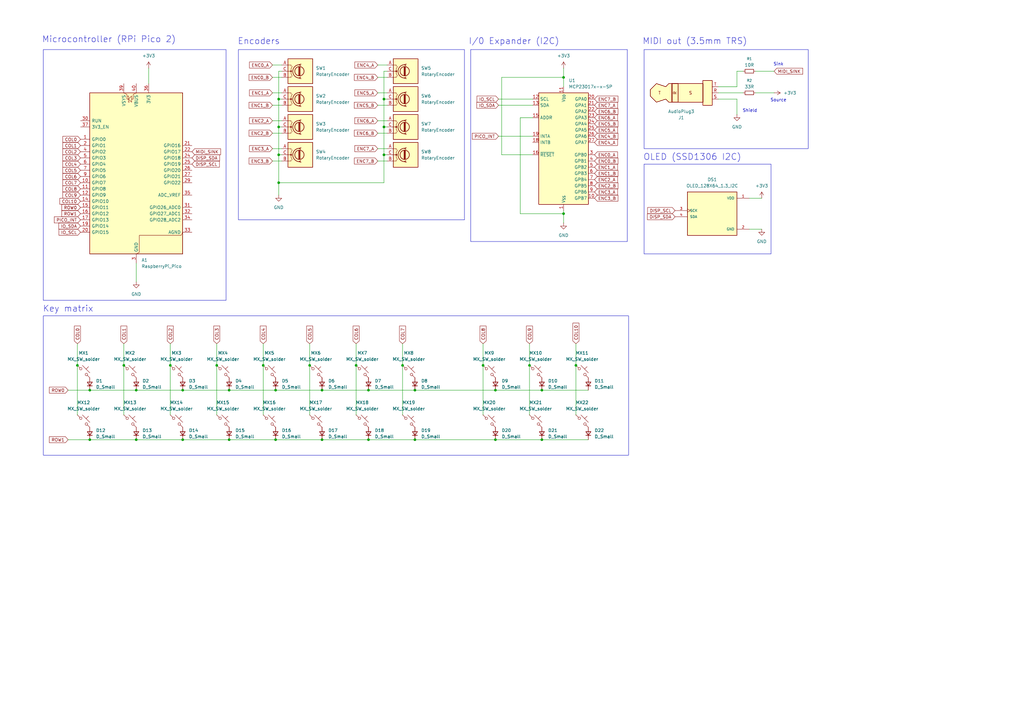
<source format=kicad_sch>
(kicad_sch (version 20250114) (generator "eeschema") (generator_version "9.0")
  (paper "A3")
  (title_block (title "Motherboard") (date "2025-10-30") (rev "1") (company "Brainchild"))
  (lib_symbols
    (symbol "Connector_Audio:AudioPlug3"
      (property "Reference" "J" (at 1.27 6.35 0))
      (property "Value" "AudioPlug3" (at 1.27 -6.35 0))
      (symbol "AudioPlug3_0_0"
        (text "R" (at -2.54 0 900) (effects (font (size 1.27 1.27))))
      )
      (symbol "AudioPlug3_1_0"
        (text "T" (at -8.89 0 0) (effects (font (size 1.27 1.27))))
        (text "S" (at 3.81 0 0) (effects (font (size 1.27 1.27))))
      )
      (symbol "AudioPlug3_1_1"
        (pin passive line (at 15.24 2.54 180) (length 2.54) (name "~") (number "S"))
        (pin passive line (at 15.24 0 180) (length 2.54) (name "~") (number "R"))
        (pin passive line (at 15.24 -2.54 180) (length 2.54) (name "~") (number "T"))
      )
    )
    (symbol "Device:D_Small" (pin_numbers (hide yes)) (pin_names (offset 0.254) (hide yes))
      (property "Reference" "D" (at -1.27 2.032 0))
      (property "Value" "D_Small" (at -3.81 -2.032 0))
      (symbol "D_Small_1_1"
        (pin passive line (at -2.54 0 0) (length 1.778) (name "K") (number "1"))
        (pin passive line (at 2.54 0 180) (length 1.778) (name "A") (number "2"))
      )
    )
    (symbol "Device:R_Small" (pin_numbers (hide yes)) (pin_names (offset 0.254) (hide yes))
      (property "Reference" "R" (at 0 0 90))
      (property "Value" "R_Small" (at 1.778 0 90))
      (symbol "R_Small_1_1"
        (pin passive line (at 0 2.54 270) (length 0.762) (name "~") (number "1"))
        (pin passive line (at 0 -2.54 90) (length 0.762) (name "~") (number "2"))
      )
    )
    (symbol "Device:RotaryEncoder" (pin_names (offset 0.254) (hide yes))
      (property "Reference" "SW" (at 0 6.604 0))
      (property "Value" "RotaryEncoder" (at 0 -6.604 0))
      (symbol "RotaryEncoder_1_1"
        (pin passive line (at -7.62 2.54 0) (length 2.54) (name "A") (number "A"))
        (pin passive line (at -7.62 0 0) (length 2.54) (name "C") (number "C"))
        (pin passive line (at -7.62 -2.54 0) (length 2.54) (name "B") (number "B"))
      )
    )
    (symbol "Interface_Expansion:MCP23018x-x-SP"
      (property "Reference" "U" (at -9.398 24.638 0))
      (property "Value" "MCP23018x-x-SP" (at 11.176 24.638 0))
      (symbol "MCP23018x-x-SP_1_1"
        (pin input line (at -12.7 20.32 0) (length 2.54) (name "SCL") (number "12"))
        (pin bidirectional line (at -12.7 17.78 0) (length 2.54) (name "SDA") (number "13"))
        (pin input line (at -12.7 12.7 0) (length 2.54) (name "ADDR") (number "15"))
        (pin output line (at -12.7 5.08 0) (length 2.54) (name "INTA") (number "19"))
        (pin output line (at -12.7 2.54 0) (length 2.54) (name "INTB") (number "18"))
        (pin input line (at -12.7 -2.54 0) (length 2.54) (name "~{RESET}") (number "16"))
        (pin no_connect line (at -10.16 -12.7 0) (length 2.54) (hide yes) (name "NC") (number "2"))
        (pin no_connect line (at -10.16 -15.24 0) (length 2.54) (hide yes) (name "NC") (number "14"))
        (pin no_connect line (at -10.16 -17.78 0) (length 2.54) (hide yes) (name "NC") (number "17"))
        (pin no_connect line (at -10.16 -20.32 0) (length 2.54) (hide yes) (name "NC") (number "28"))
        (pin power_in line (at 0 25.4 270) (length 2.54) (name "V_{DD}") (number "11"))
        (pin power_in line (at 0 -25.4 90) (length 2.54) (name "V_{SS}") (number "1"))
        (pin bidirectional line (at 12.7 20.32 180) (length 2.54) (name "GPA0") (number "20"))
        (pin bidirectional line (at 12.7 17.78 180) (length 2.54) (name "GPA1") (number "21"))
        (pin bidirectional line (at 12.7 15.24 180) (length 2.54) (name "GPA2") (number "22"))
        (pin bidirectional line (at 12.7 12.7 180) (length 2.54) (name "GPA3") (number "23"))
        (pin bidirectional line (at 12.7 10.16 180) (length 2.54) (name "GPA4") (number "24"))
        (pin bidirectional line (at 12.7 7.62 180) (length 2.54) (name "GPA5") (number "25"))
        (pin bidirectional line (at 12.7 5.08 180) (length 2.54) (name "GPA6") (number "26"))
        (pin bidirectional line (at 12.7 2.54 180) (length 2.54) (name "GPA7") (number "27"))
        (pin bidirectional line (at 12.7 -2.54 180) (length 2.54) (name "GPB0") (number "3"))
        (pin bidirectional line (at 12.7 -5.08 180) (length 2.54) (name "GPB1") (number "4"))
        (pin bidirectional line (at 12.7 -7.62 180) (length 2.54) (name "GPB2") (number "5"))
        (pin bidirectional line (at 12.7 -10.16 180) (length 2.54) (name "GPB3") (number "6"))
        (pin bidirectional line (at 12.7 -12.7 180) (length 2.54) (name "GPB4") (number "7"))
        (pin bidirectional line (at 12.7 -15.24 180) (length 2.54) (name "GPB5") (number "8"))
        (pin bidirectional line (at 12.7 -17.78 180) (length 2.54) (name "GPB6") (number "9"))
        (pin bidirectional line (at 12.7 -20.32 180) (length 2.54) (name "GPB7") (number "10"))
      )
    )
    (symbol "MCU_Module:RaspberryPi_Pico" (pin_names (offset 0.762))
      (property "Reference" "A" (at -19.05 35.56 0))
      (property "Value" "RaspberryPi_Pico" (at 7.62 35.56 0))
      (symbol "RaspberryPi_Pico_1_1"
        (pin passive line (at -22.86 22.86 0) (length 3.81) (name "RUN") (number "30"))
        (pin passive line (at -22.86 20.32 0) (length 3.81) (name "3V3_EN") (number "37"))
        (pin bidirectional line (at -22.86 15.24 0) (length 3.81) (name "GPIO0") (number "1"))
        (pin bidirectional line (at -22.86 12.7 0) (length 3.81) (name "GPIO1") (number "2"))
        (pin bidirectional line (at -22.86 10.16 0) (length 3.81) (name "GPIO2") (number "4"))
        (pin bidirectional line (at -22.86 7.62 0) (length 3.81) (name "GPIO3") (number "5"))
        (pin bidirectional line (at -22.86 5.08 0) (length 3.81) (name "GPIO4") (number "6"))
        (pin bidirectional line (at -22.86 2.54 0) (length 3.81) (name "GPIO5") (number "7"))
        (pin bidirectional line (at -22.86 0 0) (length 3.81) (name "GPIO6") (number "9"))
        (pin bidirectional line (at -22.86 -2.54 0) (length 3.81) (name "GPIO7") (number "10"))
        (pin bidirectional line (at -22.86 -5.08 0) (length 3.81) (name "GPIO8") (number "11"))
        (pin bidirectional line (at -22.86 -7.62 0) (length 3.81) (name "GPIO9") (number "12"))
        (pin bidirectional line (at -22.86 -10.16 0) (length 3.81) (name "GPIO10") (number "14"))
        (pin bidirectional line (at -22.86 -12.7 0) (length 3.81) (name "GPIO11") (number "15"))
        (pin bidirectional line (at -22.86 -15.24 0) (length 3.81) (name "GPIO12") (number "16"))
        (pin bidirectional line (at -22.86 -17.78 0) (length 3.81) (name "GPIO13") (number "17"))
        (pin bidirectional line (at -22.86 -20.32 0) (length 3.81) (name "GPIO14") (number "19"))
        (pin bidirectional line (at -22.86 -22.86 0) (length 3.81) (name "GPIO15") (number "20"))
        (pin power_in line (at -5.08 38.1 270) (length 3.81) (name "VSYS") (number "39"))
        (pin power_out line (at 0 38.1 270) (length 3.81) (name "VBUS") (number "40"))
        (pin passive line (at 0 -35.56 90) (length 3.81) (hide yes) (name "GND") (number "13"))
        (pin passive line (at 0 -35.56 90) (length 3.81) (hide yes) (name "GND") (number "18"))
        (pin passive line (at 0 -35.56 90) (length 3.81) (hide yes) (name "GND") (number "23"))
        (pin passive line (at 0 -35.56 90) (length 3.81) (hide yes) (name "GND") (number "28"))
        (pin power_out line (at 0 -35.56 90) (length 3.81) (name "GND") (number "3"))
        (pin passive line (at 0 -35.56 90) (length 3.81) (hide yes) (name "GND") (number "38"))
        (pin passive line (at 0 -35.56 90) (length 3.81) (hide yes) (name "GND") (number "8"))
        (pin power_out line (at 5.08 38.1 270) (length 3.81) (name "3V3") (number "36"))
        (pin bidirectional line (at 22.86 12.7 180) (length 3.81) (name "GPIO16") (number "21"))
        (pin bidirectional line (at 22.86 10.16 180) (length 3.81) (name "GPIO17") (number "22"))
        (pin bidirectional line (at 22.86 7.62 180) (length 3.81) (name "GPIO18") (number "24"))
        (pin bidirectional line (at 22.86 5.08 180) (length 3.81) (name "GPIO19") (number "25"))
        (pin bidirectional line (at 22.86 2.54 180) (length 3.81) (name "GPIO20") (number "26"))
        (pin bidirectional line (at 22.86 0 180) (length 3.81) (name "GPIO21") (number "27"))
        (pin bidirectional line (at 22.86 -2.54 180) (length 3.81) (name "GPIO22") (number "29"))
        (pin power_in line (at 22.86 -7.62 180) (length 3.81) (name "ADC_VREF") (number "35"))
        (pin bidirectional line (at 22.86 -12.7 180) (length 3.81) (name "GPIO26_ADC0") (number "31"))
        (pin bidirectional line (at 22.86 -15.24 180) (length 3.81) (name "GPIO27_ADC1") (number "32"))
        (pin bidirectional line (at 22.86 -17.78 180) (length 3.81) (name "GPIO28_ADC2") (number "34"))
        (pin power_out line (at 22.86 -22.86 180) (length 3.81) (name "AGND") (number "33"))
      )
    )
    (symbol "OLED_128X64_1.3_I2C:OLED_128X64_1.3_I2C" (pin_names (offset 1.016))
      (property "Reference" "DS" (at -10.16 10.922 0))
      (property "Value" "OLED_128X64_1.3_I2C" (at -10.16 -10.16 0))
      (symbol "OLED_128X64_1.3_I2C_0_0"
        (pin input clock (at -15.24 2.54 0) (length 5.08) (name "SCK") (number "3"))
        (pin bidirectional line (at -15.24 0 0) (length 5.08) (name "SDA") (number "4"))
        (pin power_in line (at 15.24 7.62 180) (length 5.08) (name "VDD") (number "1"))
        (pin power_in line (at 15.24 -5.08 180) (length 5.08) (name "GND") (number "2"))
      )
    )
    (symbol "PCM_marbastlib-mx:MX_SW_solder" (pin_numbers (hide yes)) (pin_names (offset 1.016) (hide yes))
      (property "Reference" "MX" (at 3.048 1.016 0))
      (property "Value" "MX_SW_solder" (at 0 -3.81 0))
      (symbol "MX_SW_solder_0_1"
        (pin passive line (at -2.54 2.54 0) (length 0) (name "1") (number "1"))
        (pin passive line (at 2.54 -2.54 180) (length 0) (name "2") (number "2"))
      )
    )
    (symbol "power:+3V3" (power) (pin_numbers (hide yes)) (pin_names (offset 0) (hide yes))
      (property "Value" "+3V3" (at 0 3.556 0))
      (symbol "+3V3_1_1"
        (pin power_in line (at 0 0 90) (length 0) (name "~") (number "1"))
      )
    )
    (symbol "power:GND" (power) (pin_numbers (hide yes)) (pin_names (offset 0) (hide yes))
      (property "Value" "GND" (at 0 -3.81 0))
      (symbol "GND_1_1"
        (pin power_in line (at 0 0 270) (length 0) (name "~") (number "1"))
      )
    )
  )
  (rectangle (start 264.16 67.31) (end 316.23 104.14))
  (rectangle (start 17.78 129.54) (end 257.81 186.69))
  (rectangle (start 264.16 20.32) (end 331.47 60.96))
  (rectangle (start 17.78 20.32) (end 92.71 123.19))
  (rectangle (start 97.79 20.32) (end 190.5 90.17))
  (rectangle (start 193.04 20.32) (end 257.302 99.06))
  (text "Key matrix\n" (at 27.94 126.746 0) (effects (font (size 2.54 2.54))))
  (text "Sink" (at 319.278 26.416 0) (effects (font (size 1.27 1.27))))
  (text "I/0 Expander (I2C)" (at 210.82 17.018 0) (effects (font (size 2.54 2.54))))
  (text "Source" (at 319.278 41.148 0) (effects (font (size 1.27 1.27))))
  (text "Microcontroller (RPi Pico 2)" (at 44.704 16.256 0) (effects (font (size 2.54 2.54))))
  (text "MIDI out (3.5mm TRS)" (at 284.988 17.018 0) (effects (font (size 2.54 2.54))))
  (text "OLED (SSD1306 I2C)\n" (at 283.972 64.516 0) (effects (font (size 2.54 2.54))))
  (text "Encoders" (at 106.172 17.018 0) (effects (font (size 2.54 2.54))))
  (text "Shield\n" (at 307.594 45.466 0) (effects (font (size 1.27 1.27))))
  (junction (at 36.83 160.02))
  (junction (at 132.08 180.34))
  (junction (at 203.2 160.02))
  (junction (at 203.2 180.34))
  (junction (at 217.17 149.86))
  (junction (at 165.1 149.86))
  (junction (at 36.83 180.34))
  (junction (at 55.88 180.34))
  (junction (at 74.93 180.34))
  (junction (at 107.95 149.86))
  (junction (at 157.48 63.5))
  (junction (at 114.3 40.64))
  (junction (at 114.3 52.07))
  (junction (at 231.14 87.63))
  (junction (at 222.25 160.02))
  (junction (at 113.03 180.34))
  (junction (at 157.48 52.07))
  (junction (at 146.05 149.86))
  (junction (at 132.08 160.02))
  (junction (at 114.3 74.93))
  (junction (at 127 149.86))
  (junction (at 236.22 149.86))
  (junction (at 93.98 180.34))
  (junction (at 222.25 180.34))
  (junction (at 55.88 160.02))
  (junction (at 198.12 149.86))
  (junction (at 170.18 180.34))
  (junction (at 151.13 180.34))
  (junction (at 151.13 160.02))
  (junction (at 69.85 149.86))
  (junction (at 93.98 160.02))
  (junction (at 114.3 63.5))
  (junction (at 74.93 160.02))
  (junction (at 31.75 149.86))
  (junction (at 170.18 160.02))
  (junction (at 157.48 40.64))
  (junction (at 231.14 31.75))
  (junction (at 50.8 149.86))
  (junction (at 88.9 149.86))
  (junction (at 113.03 160.02))
  (wire (pts (xy 55.88 107.95) (xy 55.88 115.57)))
  (wire (pts (xy 107.95 140.97) (xy 107.95 149.86)))
  (wire (pts (xy 205.74 31.75) (xy 231.14 31.75)))
  (wire (pts (xy 115.57 60.96) (xy 111.76 60.96)))
  (wire (pts (xy 114.3 74.93) (xy 157.48 74.93)))
  (wire (pts (xy 309.88 38.1) (xy 317.5 38.1)))
  (wire (pts (xy 203.2 160.02) (xy 222.25 160.02)))
  (wire (pts (xy 146.05 149.86) (xy 146.05 170.18)))
  (wire (pts (xy 307.34 93.98) (xy 312.42 93.98)))
  (wire (pts (xy 50.8 149.86) (xy 50.8 170.18)))
  (wire (pts (xy 114.3 63.5) (xy 114.3 74.93)))
  (wire (pts (xy 204.47 55.88) (xy 218.44 55.88)))
  (wire (pts (xy 158.75 49.53) (xy 154.94 49.53)))
  (wire (pts (xy 36.83 180.34) (xy 55.88 180.34)))
  (wire (pts (xy 27.94 180.34) (xy 36.83 180.34)))
  (wire (pts (xy 158.75 26.67) (xy 154.94 26.67)))
  (wire (pts (xy 165.1 149.86) (xy 165.1 170.18)))
  (wire (pts (xy 157.48 40.64) (xy 157.48 52.07)))
  (wire (pts (xy 157.48 52.07) (xy 157.48 63.5)))
  (wire (pts (xy 27.94 160.02) (xy 36.83 160.02)))
  (wire (pts (xy 302.26 35.56) (xy 294.64 35.56)))
  (wire (pts (xy 302.26 40.64) (xy 302.26 46.99)))
  (wire (pts (xy 198.12 140.97) (xy 198.12 149.86)))
  (wire (pts (xy 50.8 140.97) (xy 50.8 149.86)))
  (wire (pts (xy 31.75 140.97) (xy 31.75 149.86)))
  (wire (pts (xy 127 149.86) (xy 127 170.18)))
  (wire (pts (xy 294.64 40.64) (xy 302.26 40.64)))
  (wire (pts (xy 151.13 160.02) (xy 170.18 160.02)))
  (wire (pts (xy 114.3 74.93) (xy 114.3 80.01)))
  (wire (pts (xy 146.05 140.97) (xy 146.05 149.86)))
  (wire (pts (xy 114.3 40.64) (xy 114.3 52.07)))
  (wire (pts (xy 198.12 149.86) (xy 198.12 170.18)))
  (wire (pts (xy 115.57 63.5) (xy 114.3 63.5)))
  (wire (pts (xy 204.47 43.18) (xy 218.44 43.18)))
  (wire (pts (xy 222.25 180.34) (xy 241.3 180.34)))
  (wire (pts (xy 115.57 40.64) (xy 114.3 40.64)))
  (wire (pts (xy 69.85 140.97) (xy 69.85 149.86)))
  (wire (pts (xy 158.75 54.61) (xy 154.94 54.61)))
  (wire (pts (xy 158.75 43.18) (xy 154.94 43.18)))
  (wire (pts (xy 157.48 74.93) (xy 157.48 63.5)))
  (wire (pts (xy 158.75 29.21) (xy 157.48 29.21)))
  (wire (pts (xy 115.57 26.67) (xy 111.76 26.67)))
  (wire (pts (xy 157.48 29.21) (xy 157.48 40.64)))
  (wire (pts (xy 113.03 180.34) (xy 132.08 180.34)))
  (wire (pts (xy 115.57 49.53) (xy 111.76 49.53)))
  (wire (pts (xy 115.57 29.21) (xy 114.3 29.21)))
  (wire (pts (xy 204.47 40.64) (xy 218.44 40.64)))
  (wire (pts (xy 236.22 140.97) (xy 236.22 149.86)))
  (wire (pts (xy 205.74 63.5) (xy 205.74 31.75)))
  (wire (pts (xy 170.18 180.34) (xy 203.2 180.34)))
  (wire (pts (xy 217.17 140.97) (xy 217.17 149.86)))
  (wire (pts (xy 222.25 160.02) (xy 241.3 160.02)))
  (wire (pts (xy 205.74 63.5) (xy 218.44 63.5)))
  (wire (pts (xy 158.75 38.1) (xy 154.94 38.1)))
  (wire (pts (xy 115.57 38.1) (xy 111.76 38.1)))
  (wire (pts (xy 158.75 66.04) (xy 154.94 66.04)))
  (wire (pts (xy 132.08 160.02) (xy 151.13 160.02)))
  (wire (pts (xy 115.57 54.61) (xy 111.76 54.61)))
  (wire (pts (xy 213.36 48.26) (xy 218.44 48.26)))
  (wire (pts (xy 114.3 52.07) (xy 114.3 63.5)))
  (wire (pts (xy 93.98 180.34) (xy 113.03 180.34)))
  (wire (pts (xy 294.64 38.1) (xy 304.8 38.1)))
  (wire (pts (xy 31.75 149.86) (xy 31.75 170.18)))
  (wire (pts (xy 115.57 66.04) (xy 111.76 66.04)))
  (wire (pts (xy 157.48 63.5) (xy 158.75 63.5)))
  (wire (pts (xy 157.48 52.07) (xy 158.75 52.07)))
  (wire (pts (xy 231.14 86.36) (xy 231.14 87.63)))
  (wire (pts (xy 236.22 149.86) (xy 236.22 170.18)))
  (wire (pts (xy 115.57 52.07) (xy 114.3 52.07)))
  (wire (pts (xy 302.26 29.21) (xy 302.26 35.56)))
  (wire (pts (xy 132.08 180.34) (xy 151.13 180.34)))
  (wire (pts (xy 55.88 160.02) (xy 74.93 160.02)))
  (wire (pts (xy 170.18 160.02) (xy 203.2 160.02)))
  (wire (pts (xy 113.03 160.02) (xy 132.08 160.02)))
  (wire (pts (xy 231.14 87.63) (xy 231.14 91.44)))
  (wire (pts (xy 151.13 180.34) (xy 170.18 180.34)))
  (wire (pts (xy 217.17 149.86) (xy 217.17 170.18)))
  (wire (pts (xy 74.93 180.34) (xy 93.98 180.34)))
  (wire (pts (xy 203.2 180.34) (xy 222.25 180.34)))
  (wire (pts (xy 158.75 31.75) (xy 154.94 31.75)))
  (wire (pts (xy 74.93 160.02) (xy 93.98 160.02)))
  (wire (pts (xy 165.1 140.97) (xy 165.1 149.86)))
  (wire (pts (xy 307.34 81.28) (xy 312.42 81.28)))
  (wire (pts (xy 213.36 48.26) (xy 213.36 87.63)))
  (wire (pts (xy 115.57 31.75) (xy 111.76 31.75)))
  (wire (pts (xy 60.96 27.94) (xy 60.96 34.29)))
  (wire (pts (xy 302.26 29.21) (xy 304.8 29.21)))
  (wire (pts (xy 55.88 180.34) (xy 74.93 180.34)))
  (wire (pts (xy 115.57 43.18) (xy 111.76 43.18)))
  (wire (pts (xy 88.9 149.86) (xy 88.9 170.18)))
  (wire (pts (xy 88.9 140.97) (xy 88.9 149.86)))
  (wire (pts (xy 93.98 160.02) (xy 113.03 160.02)))
  (wire (pts (xy 107.95 149.86) (xy 107.95 170.18)))
  (wire (pts (xy 231.14 31.75) (xy 231.14 35.56)))
  (wire (pts (xy 114.3 29.21) (xy 114.3 40.64)))
  (wire (pts (xy 231.14 27.94) (xy 231.14 31.75)))
  (wire (pts (xy 213.36 87.63) (xy 231.14 87.63)))
  (wire (pts (xy 36.83 160.02) (xy 55.88 160.02)))
  (wire (pts (xy 309.88 29.21) (xy 317.5 29.21)))
  (wire (pts (xy 127 140.97) (xy 127 149.86)))
  (wire (pts (xy 158.75 60.96) (xy 154.94 60.96)))
  (wire (pts (xy 69.85 149.86) (xy 69.85 170.18)))
  (wire (pts (xy 157.48 40.64) (xy 158.75 40.64)))
  (global_label "COL9" (shape input) (at 33.02 80.01 180) (property "Intersheetrefs" "${INTERSHEET_REFS}" (effects (hide yes))))
  (global_label "ENC4_B" (shape input) (at 243.84 55.88 0) (property "Intersheetrefs" "${INTERSHEET_REFS}" (effects (hide yes))))
  (global_label "COL1" (shape input) (at 50.8 140.97 90) (property "Intersheetrefs" "${INTERSHEET_REFS}" (effects (hide yes))))
  (global_label "ENC6_B" (shape input) (at 154.94 54.61 180) (property "Intersheetrefs" "${INTERSHEET_REFS}" (effects (hide yes))))
  (global_label "ENC7_A" (shape input) (at 154.94 60.96 180) (property "Intersheetrefs" "${INTERSHEET_REFS}" (effects (hide yes))))
  (global_label "COL1" (shape input) (at 33.02 59.69 180) (property "Intersheetrefs" "${INTERSHEET_REFS}" (effects (hide yes))))
  (global_label "ENC0_B" (shape input) (at 111.76 31.75 180) (property "Intersheetrefs" "${INTERSHEET_REFS}" (effects (hide yes))))
  (global_label "COL10" (shape input) (at 33.02 82.55 180) (property "Intersheetrefs" "${INTERSHEET_REFS}" (effects (hide yes))))
  (global_label "ENC6_A" (shape input) (at 154.94 49.53 180) (property "Intersheetrefs" "${INTERSHEET_REFS}" (effects (hide yes))))
  (global_label "DISP_SCL" (shape input) (at 78.74 67.31 0) (property "Intersheetrefs" "${INTERSHEET_REFS}" (effects (hide yes))))
  (global_label "IO_SDA" (shape input) (at 204.47 43.18 180) (property "Intersheetrefs" "${INTERSHEET_REFS}" (effects (hide yes))))
  (global_label "ENC2_A" (shape input) (at 243.84 73.66 0) (property "Intersheetrefs" "${INTERSHEET_REFS}" (effects (hide yes))))
  (global_label "ROW1" (shape input) (at 27.94 180.34 180) (property "Intersheetrefs" "${INTERSHEET_REFS}" (effects (hide yes))))
  (global_label "COL6" (shape input) (at 146.05 140.97 90) (property "Intersheetrefs" "${INTERSHEET_REFS}" (effects (hide yes))))
  (global_label "ENC3_A" (shape input) (at 243.84 78.74 0) (property "Intersheetrefs" "${INTERSHEET_REFS}" (effects (hide yes))))
  (global_label "COL0" (shape input) (at 31.75 140.97 90) (property "Intersheetrefs" "${INTERSHEET_REFS}" (effects (hide yes))))
  (global_label "ENC7_A" (shape input) (at 243.84 43.18 0) (property "Intersheetrefs" "${INTERSHEET_REFS}" (effects (hide yes))))
  (global_label "MIDI_SINK" (shape input) (at 317.5 29.21 0) (property "Intersheetrefs" "${INTERSHEET_REFS}" (effects (hide yes))))
  (global_label "IO_SCL" (shape input) (at 33.02 95.25 180) (property "Intersheetrefs" "${INTERSHEET_REFS}" (effects (hide yes))))
  (global_label "DISP_SDA" (shape input) (at 276.86 88.9 180) (property "Intersheetrefs" "${INTERSHEET_REFS}" (effects (hide yes))))
  (global_label "ENC7_B" (shape input) (at 154.94 66.04 180) (property "Intersheetrefs" "${INTERSHEET_REFS}" (effects (hide yes))))
  (global_label "COL5" (shape input) (at 127 140.97 90) (property "Intersheetrefs" "${INTERSHEET_REFS}" (effects (hide yes))))
  (global_label "ENC5_A" (shape input) (at 154.94 38.1 180) (property "Intersheetrefs" "${INTERSHEET_REFS}" (effects (hide yes))))
  (global_label "ENC1_B" (shape input) (at 111.76 43.18 180) (property "Intersheetrefs" "${INTERSHEET_REFS}" (effects (hide yes))))
  (global_label "COL8" (shape input) (at 33.02 77.47 180) (property "Intersheetrefs" "${INTERSHEET_REFS}" (effects (hide yes))))
  (global_label "IO_SDA" (shape input) (at 33.02 92.71 180) (property "Intersheetrefs" "${INTERSHEET_REFS}" (effects (hide yes))))
  (global_label "ROW1" (shape input) (at 33.02 87.63 180) (property "Intersheetrefs" "${INTERSHEET_REFS}" (effects (hide yes))))
  (global_label "ENC1_A" (shape input) (at 111.76 38.1 180) (property "Intersheetrefs" "${INTERSHEET_REFS}" (effects (hide yes))))
  (global_label "ENC3_A" (shape input) (at 111.76 60.96 180) (property "Intersheetrefs" "${INTERSHEET_REFS}" (effects (hide yes))))
  (global_label "COL4" (shape input) (at 33.02 67.31 180) (property "Intersheetrefs" "${INTERSHEET_REFS}" (effects (hide yes))))
  (global_label "COL7" (shape input) (at 165.1 140.97 90) (property "Intersheetrefs" "${INTERSHEET_REFS}" (effects (hide yes))))
  (global_label "ENC4_A" (shape input) (at 243.84 58.42 0) (property "Intersheetrefs" "${INTERSHEET_REFS}" (effects (hide yes))))
  (global_label "COL9" (shape input) (at 217.17 140.97 90) (property "Intersheetrefs" "${INTERSHEET_REFS}" (effects (hide yes))))
  (global_label "ENC4_B" (shape input) (at 154.94 31.75 180) (property "Intersheetrefs" "${INTERSHEET_REFS}" (effects (hide yes))))
  (global_label "COL4" (shape input) (at 107.95 140.97 90) (property "Intersheetrefs" "${INTERSHEET_REFS}" (effects (hide yes))))
  (global_label "COL3" (shape input) (at 88.9 140.97 90) (property "Intersheetrefs" "${INTERSHEET_REFS}" (effects (hide yes))))
  (global_label "COL0" (shape input) (at 33.02 57.15 180) (property "Intersheetrefs" "${INTERSHEET_REFS}" (effects (hide yes))))
  (global_label "ENC0_B" (shape input) (at 243.84 66.04 0) (property "Intersheetrefs" "${INTERSHEET_REFS}" (effects (hide yes))))
  (global_label "ENC7_B" (shape input) (at 243.84 40.64 0) (property "Intersheetrefs" "${INTERSHEET_REFS}" (effects (hide yes))))
  (global_label "ENC3_B" (shape input) (at 243.84 81.28 0) (property "Intersheetrefs" "${INTERSHEET_REFS}" (effects (hide yes))))
  (global_label "ENC2_B" (shape input) (at 111.76 54.61 180) (property "Intersheetrefs" "${INTERSHEET_REFS}" (effects (hide yes))))
  (global_label "ENC5_B" (shape input) (at 154.94 43.18 180) (property "Intersheetrefs" "${INTERSHEET_REFS}" (effects (hide yes))))
  (global_label "PICO_INT" (shape input) (at 204.47 55.88 180) (property "Intersheetrefs" "${INTERSHEET_REFS}" (effects (hide yes))))
  (global_label "ENC5_B" (shape input) (at 243.84 50.8 0) (property "Intersheetrefs" "${INTERSHEET_REFS}" (effects (hide yes))))
  (global_label "ENC1_B" (shape input) (at 243.84 71.12 0) (property "Intersheetrefs" "${INTERSHEET_REFS}" (effects (hide yes))))
  (global_label "ENC3_B" (shape input) (at 111.76 66.04 180) (property "Intersheetrefs" "${INTERSHEET_REFS}" (effects (hide yes))))
  (global_label "COL6" (shape input) (at 33.02 72.39 180) (property "Intersheetrefs" "${INTERSHEET_REFS}" (effects (hide yes))))
  (global_label "DISP_SCL" (shape input) (at 276.86 86.36 180) (property "Intersheetrefs" "${INTERSHEET_REFS}" (effects (hide yes))))
  (global_label "COL2" (shape input) (at 33.02 62.23 180) (property "Intersheetrefs" "${INTERSHEET_REFS}" (effects (hide yes))))
  (global_label "ENC5_A" (shape input) (at 243.84 53.34 0) (property "Intersheetrefs" "${INTERSHEET_REFS}" (effects (hide yes))))
  (global_label "IO_SCL" (shape input) (at 204.47 40.64 180) (property "Intersheetrefs" "${INTERSHEET_REFS}" (effects (hide yes))))
  (global_label "ROW0" (shape input) (at 33.02 85.09 180) (effects (font (thickness 0.1588))) (property "Intersheetrefs" "${INTERSHEET_REFS}" (effects (hide yes))))
  (global_label "ENC4_A" (shape input) (at 154.94 26.67 180) (property "Intersheetrefs" "${INTERSHEET_REFS}" (effects (hide yes))))
  (global_label "ENC2_B" (shape input) (at 243.84 76.2 0) (property "Intersheetrefs" "${INTERSHEET_REFS}" (effects (hide yes))))
  (global_label "COL7" (shape input) (at 33.02 74.93 180) (property "Intersheetrefs" "${INTERSHEET_REFS}" (effects (hide yes))))
  (global_label "ENC6_B" (shape input) (at 243.84 45.72 0) (property "Intersheetrefs" "${INTERSHEET_REFS}" (effects (hide yes))))
  (global_label "COL3" (shape input) (at 33.02 64.77 180) (property "Intersheetrefs" "${INTERSHEET_REFS}" (effects (hide yes))))
  (global_label "ENC0_A" (shape input) (at 111.76 26.67 180) (property "Intersheetrefs" "${INTERSHEET_REFS}" (effects (hide yes))))
  (global_label "COL10" (shape input) (at 236.22 140.97 90) (property "Intersheetrefs" "${INTERSHEET_REFS}" (effects (hide yes))))
  (global_label "ENC2_A" (shape input) (at 111.76 49.53 180) (property "Intersheetrefs" "${INTERSHEET_REFS}" (effects (hide yes))))
  (global_label "COL5" (shape input) (at 33.02 69.85 180) (property "Intersheetrefs" "${INTERSHEET_REFS}" (effects (hide yes))))
  (global_label "ENC6_A" (shape input) (at 243.84 48.26 0) (property "Intersheetrefs" "${INTERSHEET_REFS}" (effects (hide yes))))
  (global_label "PICO_INT" (shape input) (at 33.02 90.17 180) (property "Intersheetrefs" "${INTERSHEET_REFS}" (effects (hide yes))))
  (global_label "COL8" (shape input) (at 198.12 140.97 90) (property "Intersheetrefs" "${INTERSHEET_REFS}" (effects (hide yes))))
  (global_label "MIDI_SINK" (shape input) (at 78.74 62.23 0) (property "Intersheetrefs" "${INTERSHEET_REFS}" (effects (hide yes))))
  (global_label "ENC0_A" (shape input) (at 243.84 63.5 0) (property "Intersheetrefs" "${INTERSHEET_REFS}" (effects (hide yes))))
  (global_label "DISP_SDA" (shape input) (at 78.74 64.77 0) (property "Intersheetrefs" "${INTERSHEET_REFS}" (effects (hide yes))))
  (global_label "COL2" (shape input) (at 69.85 140.97 90) (property "Intersheetrefs" "${INTERSHEET_REFS}" (effects (hide yes))))
  (global_label "ENC1_A" (shape input) (at 243.84 68.58 0) (property "Intersheetrefs" "${INTERSHEET_REFS}" (effects (hide yes))))
  (global_label "ROW0" (shape input) (at 27.94 160.02 180) (property "Intersheetrefs" "${INTERSHEET_REFS}" (effects (hide yes))))
  (symbol (lib_id "Device:D_Small") (at 170.18 157.48 90) (unit 1)
    (property "Reference" "D8" (at 172.72 156.2099 90) (effects (justify right)))
    (property "Value" "D_Small" (at 172.72 158.7499 90) (effects (justify right)))
    (property "Footprint" "Diode_THT:D_DO-35_SOD27_P7.62mm_Horizontal" (effects (hide yes)))
    (property "Description" "Diode, small symbol" (effects (hide yes)))
    (property "Sim.Device" "D" (effects (hide yes)))
    (property "Sim.Pins" "1=K 2=A" (effects (hide yes)))
  )
  (symbol (lib_id "Device:RotaryEncoder") (at 123.19 29.21 0) (unit 1)
    (property "Reference" "SW1" (at 129.54 27.9399 0) (effects (justify left)))
    (property "Value" "RotaryEncoder" (at 129.54 30.4799 0) (effects (justify left)))
    (property "Footprint" "Rotary_Encoder:RotaryEncoder_Bourns_Vertical_PEC12R-3x17F-Sxxxx" (effects (hide yes)))
    (property "Description" "Rotary encoder, dual channel, incremental quadrate outputs" (effects (hide yes)))
  )
  (symbol (lib_id "PCM_marbastlib-mx:MX_SW_solder") (at 53.34 152.4 0) (unit 1)
    (property "Reference" "MX2" (at 53.34 144.78 0))
    (property "Value" "MX_SW_solder" (at 53.34 147.32 0))
    (property "Footprint" "PCM_Switch_Keyboard_Cherry_MX:SW_Cherry_MX_PCB_1.00u" (effects (hide yes)))
    (property "Description" "Push button switch, normally open, two pins, 45° tilted" (effects (hide yes)))
  )
  (symbol (lib_id "Device:D_Small") (at 241.3 177.8 90) (unit 1)
    (property "Reference" "D22" (at 243.84 176.5299 90) (effects (justify right)))
    (property "Value" "D_Small" (at 243.84 179.0699 90) (effects (justify right)))
    (property "Footprint" "Diode_THT:D_DO-35_SOD27_P7.62mm_Horizontal" (effects (hide yes)))
    (property "Description" "Diode, small symbol" (effects (hide yes)))
    (property "Sim.Device" "D" (effects (hide yes)))
    (property "Sim.Pins" "1=K 2=A" (effects (hide yes)))
  )
  (symbol (lib_id "Device:D_Small") (at 151.13 177.8 90) (unit 1)
    (property "Reference" "D18" (at 153.67 176.5299 90) (effects (justify right)))
    (property "Value" "D_Small" (at 153.67 179.0699 90) (effects (justify right)))
    (property "Footprint" "Diode_THT:D_DO-35_SOD27_P7.62mm_Horizontal" (effects (hide yes)))
    (property "Description" "Diode, small symbol" (effects (hide yes)))
    (property "Sim.Device" "D" (effects (hide yes)))
    (property "Sim.Pins" "1=K 2=A" (effects (hide yes)))
  )
  (symbol (lib_id "power:+3V3") (at 317.5 38.1 270) (unit 1)
    (property "Reference" "#PWR07" (effects (hide yes)))
    (property "Value" "+3V3" (at 321.31 38.0999 90) (effects (justify left)))
    (property "Description" "Power symbol creates a global label with name \"+3V3\"" (effects (hide yes)))
  )
  (symbol (lib_id "Device:D_Small") (at 170.18 177.8 90) (unit 1)
    (property "Reference" "D19" (at 172.72 176.5299 90) (effects (justify right)))
    (property "Value" "D_Small" (at 172.72 179.0699 90) (effects (justify right)))
    (property "Footprint" "Diode_THT:D_DO-35_SOD27_P7.62mm_Horizontal" (effects (hide yes)))
    (property "Description" "Diode, small symbol" (effects (hide yes)))
    (property "Sim.Device" "D" (effects (hide yes)))
    (property "Sim.Pins" "1=K 2=A" (effects (hide yes)))
  )
  (symbol (lib_id "PCM_marbastlib-mx:MX_SW_solder") (at 72.39 152.4 0) (unit 1)
    (property "Reference" "MX3" (at 72.39 144.78 0))
    (property "Value" "MX_SW_solder" (at 72.39 147.32 0))
    (property "Footprint" "PCM_Switch_Keyboard_Cherry_MX:SW_Cherry_MX_PCB_1.00u" (effects (hide yes)))
    (property "Description" "Push button switch, normally open, two pins, 45° tilted" (effects (hide yes)))
  )
  (symbol (lib_id "Device:D_Small") (at 36.83 157.48 90) (unit 1)
    (property "Reference" "D1" (at 39.37 156.2099 90) (effects (justify right)))
    (property "Value" "D_Small" (at 39.37 158.7499 90) (effects (justify right)))
    (property "Footprint" "Diode_THT:D_DO-35_SOD27_P7.62mm_Horizontal" (effects (hide yes)))
    (property "Description" "Diode, small symbol" (effects (hide yes)))
    (property "Sim.Device" "D" (effects (hide yes)))
    (property "Sim.Pins" "1=K 2=A" (effects (hide yes)))
  )
  (symbol (lib_id "Device:D_Small") (at 222.25 177.8 90) (unit 1)
    (property "Reference" "D21" (at 224.79 176.5299 90) (effects (justify right)))
    (property "Value" "D_Small" (at 224.79 179.0699 90) (effects (justify right)))
    (property "Footprint" "Diode_THT:D_DO-35_SOD27_P7.62mm_Horizontal" (effects (hide yes)))
    (property "Description" "Diode, small symbol" (effects (hide yes)))
    (property "Sim.Device" "D" (effects (hide yes)))
    (property "Sim.Pins" "1=K 2=A" (effects (hide yes)))
  )
  (symbol (lib_id "PCM_marbastlib-mx:MX_SW_solder") (at 238.76 152.4 0) (unit 1)
    (property "Reference" "MX11" (at 238.76 144.78 0))
    (property "Value" "MX_SW_solder" (at 238.76 147.32 0))
    (property "Footprint" "PCM_Switch_Keyboard_Cherry_MX:SW_Cherry_MX_PCB_1.00u" (effects (hide yes)))
    (property "Description" "Push button switch, normally open, two pins, 45° tilted" (effects (hide yes)))
  )
  (symbol (lib_id "Device:D_Small") (at 93.98 177.8 90) (unit 1)
    (property "Reference" "D15" (at 96.52 176.5299 90) (effects (justify right)))
    (property "Value" "D_Small" (at 96.52 179.0699 90) (effects (justify right)))
    (property "Footprint" "Diode_THT:D_DO-35_SOD27_P7.62mm_Horizontal" (effects (hide yes)))
    (property "Description" "Diode, small symbol" (effects (hide yes)))
    (property "Sim.Device" "D" (effects (hide yes)))
    (property "Sim.Pins" "1=K 2=A" (effects (hide yes)))
  )
  (symbol (lib_id "PCM_marbastlib-mx:MX_SW_solder") (at 200.66 172.72 0) (unit 1)
    (property "Reference" "MX20" (at 200.66 165.1 0))
    (property "Value" "MX_SW_solder" (at 200.66 167.64 0))
    (property "Footprint" "PCM_Switch_Keyboard_Cherry_MX:SW_Cherry_MX_PCB_1.00u" (effects (hide yes)))
    (property "Description" "Push button switch, normally open, two pins, 45° tilted" (effects (hide yes)))
  )
  (symbol (lib_id "PCM_marbastlib-mx:MX_SW_solder") (at 148.59 172.72 0) (unit 1)
    (property "Reference" "MX18" (at 148.59 165.1 0))
    (property "Value" "MX_SW_solder" (at 148.59 167.64 0))
    (property "Footprint" "PCM_Switch_Keyboard_Cherry_MX:SW_Cherry_MX_PCB_1.00u" (effects (hide yes)))
    (property "Description" "Push button switch, normally open, two pins, 45° tilted" (effects (hide yes)))
  )
  (symbol (lib_id "OLED_128X64_1.3_I2C:OLED_128X64_1.3_I2C") (at 292.1 88.9 0) (unit 1)
    (property "Reference" "DS1" (at 292.1 73.66 0))
    (property "Value" "OLED_128X64_1.3_I2C" (at 292.1 76.2 0))
    (property "Footprint" "OLED_128X64_1.3_I2C:LCD_OLED_128X64_1.3_I2C" (effects (hide yes)))
    (property "MF" "UNIVERSAL-SOLDER Electronics Ltd" (effects (hide yes)))
    (property "Description_1" "Non-Touch Graphic LCD Display Module Transmissive White OLED, Monochrome I2C 1.3 (33.02mm) 128 x 64" (effects (hide yes)))
    (property "Package" "None" (effects (hide yes)))
    (property "Price" "None" (effects (hide yes)))
    (property "Check_prices" "https://www.snapeda.com/parts/OLED%20128x64%201.3%22%20I2C/UNIVERSAL-SOLDER+Electronics+Ltd/view-part/?ref=eda" (effects (hide yes)))
    (property "STANDARD" "Manufacturer Recommendations" (effects (hide yes)))
    (property "PARTREV" "NA" (effects (hide yes)))
    (property "SnapEDA_Link" "https://www.snapeda.com/parts/OLED%20128x64%201.3%22%20I2C/UNIVERSAL-SOLDER+Electronics+Ltd/view-part/?ref=snap" (effects (hide yes)))
    (property "MP" "OLED 128x64 1.3&quot; I2C" (effects (hide yes)))
    (property "Availability" "Not in stock" (effects (hide yes)))
    (property "MANUFACTURER" "UNIVERSAL-SOLDER Electronics Ltd" (effects (hide yes)))
  )
  (symbol (lib_id "Device:RotaryEncoder") (at 123.19 63.5 0) (unit 1)
    (property "Reference" "SW4" (at 129.54 62.2299 0) (effects (justify left)))
    (property "Value" "RotaryEncoder" (at 129.54 64.7699 0) (effects (justify left)))
    (property "Footprint" "Rotary_Encoder:RotaryEncoder_Bourns_Vertical_PEC12R-3x17F-Sxxxx" (effects (hide yes)))
    (property "Description" "Rotary encoder, dual channel, incremental quadrate outputs" (effects (hide yes)))
  )
  (symbol (lib_id "PCM_marbastlib-mx:MX_SW_solder") (at 110.49 152.4 0) (unit 1)
    (property "Reference" "MX5" (at 110.49 144.78 0))
    (property "Value" "MX_SW_solder" (at 110.49 147.32 0))
    (property "Footprint" "PCM_Switch_Keyboard_Cherry_MX:SW_Cherry_MX_PCB_1.00u" (effects (hide yes)))
    (property "Description" "Push button switch, normally open, two pins, 45° tilted" (effects (hide yes)))
  )
  (symbol (lib_id "PCM_marbastlib-mx:MX_SW_solder") (at 34.29 152.4 0) (unit 1)
    (property "Reference" "MX1" (at 34.29 144.78 0))
    (property "Value" "MX_SW_solder" (at 34.29 147.32 0))
    (property "Footprint" "PCM_Switch_Keyboard_Cherry_MX:SW_Cherry_MX_PCB_1.00u" (effects (hide yes)))
    (property "Description" "Push button switch, normally open, two pins, 45° tilted" (effects (hide yes)))
  )
  (symbol (lib_id "Device:D_Small") (at 132.08 157.48 90) (unit 1)
    (property "Reference" "D6" (at 134.62 156.2099 90) (effects (justify right)))
    (property "Value" "D_Small" (at 134.62 158.7499 90) (effects (justify right)))
    (property "Footprint" "Diode_THT:D_DO-35_SOD27_P7.62mm_Horizontal" (effects (hide yes)))
    (property "Description" "Diode, small symbol" (effects (hide yes)))
    (property "Sim.Device" "D" (effects (hide yes)))
    (property "Sim.Pins" "1=K 2=A" (effects (hide yes)))
  )
  (symbol (lib_id "power:+3V3") (at 312.42 81.28 0) (unit 1)
    (property "Reference" "#PWR08" (effects (hide yes)))
    (property "Value" "+3V3" (at 312.42 76.2 0))
    (property "Description" "Power symbol creates a global label with name \"+3V3\"" (effects (hide yes)))
  )
  (symbol (lib_id "Device:D_Small") (at 55.88 157.48 90) (unit 1)
    (property "Reference" "D2" (at 58.42 156.2099 90) (effects (justify right)))
    (property "Value" "D_Small" (at 58.42 158.7499 90) (effects (justify right)))
    (property "Footprint" "Diode_THT:D_DO-35_SOD27_P7.62mm_Horizontal" (effects (hide yes)))
    (property "Description" "Diode, small symbol" (effects (hide yes)))
    (property "Sim.Device" "D" (effects (hide yes)))
    (property "Sim.Pins" "1=K 2=A" (effects (hide yes)))
  )
  (symbol (lib_id "Device:R_Small") (at 307.34 29.21 90) (unit 1)
    (property "Reference" "R1" (at 307.34 24.13 90) (effects (font (size 1.016 1.016))))
    (property "Value" "10R" (at 307.34 26.67 90))
    (property "Footprint" "Resistor_THT:R_Axial_DIN0207_L6.3mm_D2.5mm_P7.62mm_Horizontal" (effects (hide yes)))
    (property "Description" "Resistor, small symbol" (effects (hide yes)))
  )
  (symbol (lib_id "Device:R_Small") (at 307.34 38.1 90) (unit 1)
    (property "Reference" "R2" (at 307.34 33.02 90) (effects (font (size 1.016 1.016))))
    (property "Value" "33R" (at 307.34 35.56 90))
    (property "Footprint" "Resistor_THT:R_Axial_DIN0207_L6.3mm_D2.5mm_P7.62mm_Horizontal" (effects (hide yes)))
    (property "Description" "Resistor, small symbol" (effects (hide yes)))
  )
  (symbol (lib_id "PCM_marbastlib-mx:MX_SW_solder") (at 148.59 152.4 0) (unit 1)
    (property "Reference" "MX7" (at 148.59 144.78 0))
    (property "Value" "MX_SW_solder" (at 148.59 147.32 0))
    (property "Footprint" "PCM_Switch_Keyboard_Cherry_MX:SW_Cherry_MX_PCB_1.00u" (effects (hide yes)))
    (property "Description" "Push button switch, normally open, two pins, 45° tilted" (effects (hide yes)))
  )
  (symbol (lib_id "PCM_marbastlib-mx:MX_SW_solder") (at 34.29 172.72 0) (unit 1)
    (property "Reference" "MX12" (at 34.29 165.1 0))
    (property "Value" "MX_SW_solder" (at 34.29 167.64 0))
    (property "Footprint" "PCM_Switch_Keyboard_Cherry_MX:SW_Cherry_MX_PCB_1.00u" (effects (hide yes)))
    (property "Description" "Push button switch, normally open, two pins, 45° tilted" (effects (hide yes)))
  )
  (symbol (lib_id "Device:RotaryEncoder") (at 166.37 52.07 0) (unit 1)
    (property "Reference" "SW7" (at 172.72 50.7999 0) (effects (justify left)))
    (property "Value" "RotaryEncoder" (at 172.72 53.3399 0) (effects (justify left)))
    (property "Footprint" "Rotary_Encoder:RotaryEncoder_Bourns_Vertical_PEC12R-3x17F-Sxxxx" (effects (hide yes)))
    (property "Description" "Rotary encoder, dual channel, incremental quadrate outputs" (effects (hide yes)))
  )
  (symbol (lib_id "Device:D_Small") (at 36.83 177.8 90) (unit 1)
    (property "Reference" "D12" (at 39.37 176.5299 90) (effects (justify right)))
    (property "Value" "D_Small" (at 39.37 179.0699 90) (effects (justify right)))
    (property "Footprint" "Diode_THT:D_DO-35_SOD27_P7.62mm_Horizontal" (effects (hide yes)))
    (property "Description" "Diode, small symbol" (effects (hide yes)))
    (property "Sim.Device" "D" (effects (hide yes)))
    (property "Sim.Pins" "1=K 2=A" (effects (hide yes)))
  )
  (symbol (lib_id "power:GND") (at 302.26 46.99 0) (unit 1)
    (property "Reference" "#PWR06" (effects (hide yes)))
    (property "Value" "GND" (at 302.26 52.07 0))
    (property "Description" "Power symbol creates a global label with name \"GND\" , ground" (effects (hide yes)))
  )
  (symbol (lib_id "Device:D_Small") (at 203.2 157.48 90) (unit 1)
    (property "Reference" "D9" (at 205.74 156.2099 90) (effects (justify right)))
    (property "Value" "D_Small" (at 205.74 158.7499 90) (effects (justify right)))
    (property "Footprint" "Diode_THT:D_DO-35_SOD27_P7.62mm_Horizontal" (effects (hide yes)))
    (property "Description" "Diode, small symbol" (effects (hide yes)))
    (property "Sim.Device" "D" (effects (hide yes)))
    (property "Sim.Pins" "1=K 2=A" (effects (hide yes)))
  )
  (symbol (lib_id "PCM_marbastlib-mx:MX_SW_solder") (at 91.44 172.72 0) (unit 1)
    (property "Reference" "MX15" (at 91.44 165.1 0))
    (property "Value" "MX_SW_solder" (at 91.44 167.64 0))
    (property "Footprint" "PCM_Switch_Keyboard_Cherry_MX:SW_Cherry_MX_PCB_1.00u" (effects (hide yes)))
    (property "Description" "Push button switch, normally open, two pins, 45° tilted" (effects (hide yes)))
  )
  (symbol (lib_id "power:GND") (at 231.14 91.44 0) (unit 1)
    (property "Reference" "#PWR01" (effects (hide yes)))
    (property "Value" "GND" (at 231.14 96.52 0))
    (property "Description" "Power symbol creates a global label with name \"GND\" , ground" (effects (hide yes)))
  )
  (symbol (lib_id "power:+3V3") (at 231.14 27.94 0) (unit 1)
    (property "Reference" "#PWR05" (effects (hide yes)))
    (property "Value" "+3V3" (at 231.14 22.86 0))
    (property "Description" "Power symbol creates a global label with name \"+3V3\"" (effects (hide yes)))
  )
  (symbol (lib_id "Device:RotaryEncoder") (at 166.37 63.5 0) (unit 1)
    (property "Reference" "SW8" (at 172.72 62.2299 0) (effects (justify left)))
    (property "Value" "RotaryEncoder" (at 172.72 64.7699 0) (effects (justify left)))
    (property "Footprint" "Rotary_Encoder:RotaryEncoder_Bourns_Vertical_PEC12R-3x17F-Sxxxx" (effects (hide yes)))
    (property "Description" "Rotary encoder, dual channel, incremental quadrate outputs" (effects (hide yes)))
  )
  (symbol (lib_id "Device:RotaryEncoder") (at 123.19 52.07 0) (unit 1)
    (property "Reference" "SW3" (at 129.54 50.7999 0) (effects (justify left)))
    (property "Value" "RotaryEncoder" (at 129.54 53.3399 0) (effects (justify left)))
    (property "Footprint" "Rotary_Encoder:RotaryEncoder_Bourns_Vertical_PEC12R-3x17F-Sxxxx" (effects (hide yes)))
    (property "Description" "Rotary encoder, dual channel, incremental quadrate outputs" (effects (hide yes)))
  )
  (symbol (lib_id "power:GND") (at 114.3 80.01 0) (unit 1)
    (property "Reference" "#PWR04" (effects (hide yes)))
    (property "Value" "GND" (at 114.3 85.09 0))
    (property "Description" "Power symbol creates a global label with name \"GND\" , ground" (effects (hide yes)))
  )
  (symbol (lib_id "Device:D_Small") (at 241.3 157.48 90) (unit 1)
    (property "Reference" "D11" (at 243.84 156.2099 90) (effects (justify right)))
    (property "Value" "D_Small" (at 243.84 158.7499 90) (effects (justify right)))
    (property "Footprint" "Diode_THT:D_DO-35_SOD27_P7.62mm_Horizontal" (effects (hide yes)))
    (property "Description" "Diode, small symbol" (effects (hide yes)))
    (property "Sim.Device" "D" (effects (hide yes)))
    (property "Sim.Pins" "1=K 2=A" (effects (hide yes)))
  )
  (symbol (lib_id "Device:D_Small") (at 93.98 157.48 90) (unit 1)
    (property "Reference" "D4" (at 96.52 156.2099 90) (effects (justify right)))
    (property "Value" "D_Small" (at 96.52 158.7499 90) (effects (justify right)))
    (property "Footprint" "Diode_THT:D_DO-35_SOD27_P7.62mm_Horizontal" (effects (hide yes)))
    (property "Description" "Diode, small symbol" (effects (hide yes)))
    (property "Sim.Device" "D" (effects (hide yes)))
    (property "Sim.Pins" "1=K 2=A" (effects (hide yes)))
  )
  (symbol (lib_id "Device:D_Small") (at 74.93 157.48 90) (unit 1)
    (property "Reference" "D3" (at 77.47 156.2099 90) (effects (justify right)))
    (property "Value" "D_Small" (at 77.47 158.7499 90) (effects (justify right)))
    (property "Footprint" "Diode_THT:D_DO-35_SOD27_P7.62mm_Horizontal" (effects (hide yes)))
    (property "Description" "Diode, small symbol" (effects (hide yes)))
    (property "Sim.Device" "D" (effects (hide yes)))
    (property "Sim.Pins" "1=K 2=A" (effects (hide yes)))
  )
  (symbol (lib_id "PCM_marbastlib-mx:MX_SW_solder") (at 129.54 172.72 0) (unit 1)
    (property "Reference" "MX17" (at 129.54 165.1 0))
    (property "Value" "MX_SW_solder" (at 129.54 167.64 0))
    (property "Footprint" "PCM_Switch_Keyboard_Cherry_MX:SW_Cherry_MX_PCB_1.00u" (effects (hide yes)))
    (property "Description" "Push button switch, normally open, two pins, 45° tilted" (effects (hide yes)))
  )
  (symbol (lib_id "PCM_marbastlib-mx:MX_SW_solder") (at 167.64 172.72 0) (unit 1)
    (property "Reference" "MX19" (at 167.64 165.1 0))
    (property "Value" "MX_SW_solder" (at 167.64 167.64 0))
    (property "Footprint" "PCM_Switch_Keyboard_Cherry_MX:SW_Cherry_MX_PCB_1.00u" (effects (hide yes)))
    (property "Description" "Push button switch, normally open, two pins, 45° tilted" (effects (hide yes)))
  )
  (symbol (lib_id "Device:RotaryEncoder") (at 123.19 40.64 0) (unit 1)
    (property "Reference" "SW2" (at 129.54 39.3699 0) (effects (justify left)))
    (property "Value" "RotaryEncoder" (at 129.54 41.9099 0) (effects (justify left)))
    (property "Footprint" "Rotary_Encoder:RotaryEncoder_Bourns_Vertical_PEC12R-3x17F-Sxxxx" (effects (hide yes)))
    (property "Description" "Rotary encoder, dual channel, incremental quadrate outputs" (effects (hide yes)))
  )
  (symbol (lib_id "PCM_marbastlib-mx:MX_SW_solder") (at 219.71 172.72 0) (unit 1)
    (property "Reference" "MX21" (at 219.71 165.1 0))
    (property "Value" "MX_SW_solder" (at 219.71 167.64 0))
    (property "Footprint" "PCM_Switch_Keyboard_Cherry_MX:SW_Cherry_MX_PCB_1.00u" (effects (hide yes)))
    (property "Description" "Push button switch, normally open, two pins, 45° tilted" (effects (hide yes)))
  )
  (symbol (lib_id "Device:RotaryEncoder") (at 166.37 40.64 0) (unit 1)
    (property "Reference" "SW6" (at 172.72 39.3699 0) (effects (justify left)))
    (property "Value" "RotaryEncoder" (at 172.72 41.9099 0) (effects (justify left)))
    (property "Footprint" "Rotary_Encoder:RotaryEncoder_Bourns_Vertical_PEC12R-3x17F-Sxxxx" (effects (hide yes)))
    (property "Description" "Rotary encoder, dual channel, incremental quadrate outputs" (effects (hide yes)))
  )
  (symbol (lib_id "PCM_marbastlib-mx:MX_SW_solder") (at 110.49 172.72 0) (unit 1)
    (property "Reference" "MX16" (at 110.49 165.1 0))
    (property "Value" "MX_SW_solder" (at 110.49 167.64 0))
    (property "Footprint" "PCM_Switch_Keyboard_Cherry_MX:SW_Cherry_MX_PCB_1.00u" (effects (hide yes)))
    (property "Description" "Push button switch, normally open, two pins, 45° tilted" (effects (hide yes)))
  )
  (symbol (lib_id "PCM_marbastlib-mx:MX_SW_solder") (at 129.54 152.4 0) (unit 1)
    (property "Reference" "MX6" (at 129.54 144.78 0))
    (property "Value" "MX_SW_solder" (at 129.54 147.32 0))
    (property "Footprint" "PCM_Switch_Keyboard_Cherry_MX:SW_Cherry_MX_PCB_1.00u" (effects (hide yes)))
    (property "Description" "Push button switch, normally open, two pins, 45° tilted" (effects (hide yes)))
  )
  (symbol (lib_id "power:GND") (at 312.42 93.98 0) (unit 1)
    (property "Reference" "#PWR09" (effects (hide yes)))
    (property "Value" "GND" (at 312.42 99.06 0))
    (property "Description" "Power symbol creates a global label with name \"GND\" , ground" (effects (hide yes)))
  )
  (symbol (lib_id "PCM_marbastlib-mx:MX_SW_solder") (at 219.71 152.4 0) (unit 1)
    (property "Reference" "MX10" (at 219.71 144.78 0))
    (property "Value" "MX_SW_solder" (at 219.71 147.32 0))
    (property "Footprint" "PCM_Switch_Keyboard_Cherry_MX:SW_Cherry_MX_PCB_1.00u" (effects (hide yes)))
    (property "Description" "Push button switch, normally open, two pins, 45° tilted" (effects (hide yes)))
  )
  (symbol (lib_id "PCM_marbastlib-mx:MX_SW_solder") (at 91.44 152.4 0) (unit 1)
    (property "Reference" "MX4" (at 91.44 144.78 0))
    (property "Value" "MX_SW_solder" (at 91.44 147.32 0))
    (property "Footprint" "PCM_Switch_Keyboard_Cherry_MX:SW_Cherry_MX_PCB_1.00u" (effects (hide yes)))
    (property "Description" "Push button switch, normally open, two pins, 45° tilted" (effects (hide yes)))
  )
  (symbol (lib_id "Device:D_Small") (at 113.03 177.8 90) (unit 1)
    (property "Reference" "D16" (at 115.57 176.5299 90) (effects (justify right)))
    (property "Value" "D_Small" (at 115.57 179.0699 90) (effects (justify right)))
    (property "Footprint" "Diode_THT:D_DO-35_SOD27_P7.62mm_Horizontal" (effects (hide yes)))
    (property "Description" "Diode, small symbol" (effects (hide yes)))
    (property "Sim.Device" "D" (effects (hide yes)))
    (property "Sim.Pins" "1=K 2=A" (effects (hide yes)))
  )
  (symbol (lib_id "PCM_marbastlib-mx:MX_SW_solder") (at 53.34 172.72 0) (unit 1)
    (property "Reference" "MX13" (at 53.34 165.1 0))
    (property "Value" "MX_SW_solder" (at 53.34 167.64 0))
    (property "Footprint" "PCM_Switch_Keyboard_Cherry_MX:SW_Cherry_MX_PCB_1.00u" (effects (hide yes)))
    (property "Description" "Push button switch, normally open, two pins, 45° tilted" (effects (hide yes)))
  )
  (symbol (lib_id "MCU_Module:RaspberryPi_Pico") (at 55.88 72.39 0) (unit 1)
    (property "Reference" "A1" (at 58.0233 106.68 0) (effects (justify left)))
    (property "Value" "RaspberryPi_Pico" (at 58.0233 109.22 0) (effects (justify left)))
    (property "Footprint" "Module:RaspberryPi_Pico_Common_THT" (effects (hide yes)))
    (property "Datasheet" "https://datasheets.raspberrypi.com/pico/pico-datasheet.pdf" (effects (hide yes)))
    (property "Description" "Versatile and inexpensive microcontroller module powered by RP2040 dual-core Arm Cortex-M0+ processor up to 133 MHz, 264kB SRAM, 2MB QSPI flash; also supports Raspberry Pi Pico 2" (effects (hide yes)))
  )
  (symbol (lib_id "Device:D_Small") (at 55.88 177.8 90) (unit 1)
    (property "Reference" "D13" (at 58.42 176.5299 90) (effects (justify right)))
    (property "Value" "D_Small" (at 58.42 179.0699 90) (effects (justify right)))
    (property "Footprint" "Diode_THT:D_DO-35_SOD27_P7.62mm_Horizontal" (effects (hide yes)))
    (property "Description" "Diode, small symbol" (effects (hide yes)))
    (property "Sim.Device" "D" (effects (hide yes)))
    (property "Sim.Pins" "1=K 2=A" (effects (hide yes)))
  )
  (symbol (lib_id "Connector_Audio:AudioPlug3") (at 279.4 38.1 0) (mirror x) (unit 1)
    (property "Reference" "J1" (at 279.4 48.26 0))
    (property "Value" "AudioPlug3" (at 279.4 45.72 0))
    (property "Footprint" "Connector_Audio:Jack_3.5mm_CUI_SJ1-3533NG_Horizontal_CircularHoles" (effects (hide yes)))
    (property "Description" "Audio Jack, 3 Poles (Stereo / TRS)" (effects (hide yes)))
  )
  (symbol (lib_id "power:+3V3") (at 60.96 27.94 0) (unit 1)
    (property "Reference" "#PWR02" (effects (hide yes)))
    (property "Value" "+3V3" (at 60.96 22.86 0))
    (property "Description" "Power symbol creates a global label with name \"+3V3\"" (effects (hide yes)))
  )
  (symbol (lib_id "Device:D_Small") (at 74.93 177.8 90) (unit 1)
    (property "Reference" "D14" (at 77.47 176.5299 90) (effects (justify right)))
    (property "Value" "D_Small" (at 77.47 179.0699 90) (effects (justify right)))
    (property "Footprint" "Diode_THT:D_DO-35_SOD27_P7.62mm_Horizontal" (effects (hide yes)))
    (property "Description" "Diode, small symbol" (effects (hide yes)))
    (property "Sim.Device" "D" (effects (hide yes)))
    (property "Sim.Pins" "1=K 2=A" (effects (hide yes)))
  )
  (symbol (lib_id "Device:RotaryEncoder") (at 166.37 29.21 0) (unit 1)
    (property "Reference" "SW5" (at 172.72 27.9399 0) (effects (justify left)))
    (property "Value" "RotaryEncoder" (at 172.72 30.4799 0) (effects (justify left)))
    (property "Footprint" "Rotary_Encoder:RotaryEncoder_Bourns_Vertical_PEC12R-3x17F-Sxxxx" (effects (hide yes)))
    (property "Description" "Rotary encoder, dual channel, incremental quadrate outputs" (effects (hide yes)))
  )
  (symbol (lib_id "PCM_marbastlib-mx:MX_SW_solder") (at 167.64 152.4 0) (unit 1)
    (property "Reference" "MX8" (at 167.64 144.78 0))
    (property "Value" "MX_SW_solder" (at 167.64 147.32 0))
    (property "Footprint" "PCM_Switch_Keyboard_Cherry_MX:SW_Cherry_MX_PCB_1.00u" (effects (hide yes)))
    (property "Description" "Push button switch, normally open, two pins, 45° tilted" (effects (hide yes)))
  )
  (symbol (lib_id "Device:D_Small") (at 203.2 177.8 90) (unit 1)
    (property "Reference" "D20" (at 205.74 176.5299 90) (effects (justify right)))
    (property "Value" "D_Small" (at 205.74 179.0699 90) (effects (justify right)))
    (property "Footprint" "Diode_THT:D_DO-35_SOD27_P7.62mm_Horizontal" (effects (hide yes)))
    (property "Description" "Diode, small symbol" (effects (hide yes)))
    (property "Sim.Device" "D" (effects (hide yes)))
    (property "Sim.Pins" "1=K 2=A" (effects (hide yes)))
  )
  (symbol (lib_id "PCM_marbastlib-mx:MX_SW_solder") (at 238.76 172.72 0) (unit 1)
    (property "Reference" "MX22" (at 238.76 165.1 0))
    (property "Value" "MX_SW_solder" (at 238.76 167.64 0))
    (property "Footprint" "PCM_Switch_Keyboard_Cherry_MX:SW_Cherry_MX_PCB_1.00u" (effects (hide yes)))
    (property "Description" "Push button switch, normally open, two pins, 45° tilted" (effects (hide yes)))
  )
  (symbol (lib_id "Device:D_Small") (at 151.13 157.48 90) (unit 1)
    (property "Reference" "D7" (at 153.67 156.2099 90) (effects (justify right)))
    (property "Value" "D_Small" (at 153.67 158.7499 90) (effects (justify right)))
    (property "Footprint" "Diode_THT:D_DO-35_SOD27_P7.62mm_Horizontal" (effects (hide yes)))
    (property "Description" "Diode, small symbol" (effects (hide yes)))
    (property "Sim.Device" "D" (effects (hide yes)))
    (property "Sim.Pins" "1=K 2=A" (effects (hide yes)))
  )
  (symbol (lib_id "Device:D_Small") (at 222.25 157.48 90) (unit 1)
    (property "Reference" "D10" (at 224.79 156.2099 90) (effects (justify right)))
    (property "Value" "D_Small" (at 224.79 158.7499 90) (effects (justify right)))
    (property "Footprint" "Diode_THT:D_DO-35_SOD27_P7.62mm_Horizontal" (effects (hide yes)))
    (property "Description" "Diode, small symbol" (effects (hide yes)))
    (property "Sim.Device" "D" (effects (hide yes)))
    (property "Sim.Pins" "1=K 2=A" (effects (hide yes)))
  )
  (symbol (lib_id "Device:D_Small") (at 113.03 157.48 90) (unit 1)
    (property "Reference" "D5" (at 115.57 156.2099 90) (effects (justify right)))
    (property "Value" "D_Small" (at 115.57 158.7499 90) (effects (justify right)))
    (property "Footprint" "Diode_THT:D_DO-35_SOD27_P7.62mm_Horizontal" (effects (hide yes)))
    (property "Description" "Diode, small symbol" (effects (hide yes)))
    (property "Sim.Device" "D" (effects (hide yes)))
    (property "Sim.Pins" "1=K 2=A" (effects (hide yes)))
  )
  (symbol (lib_id "Interface_Expansion:MCP23018x-x-SP") (at 231.14 60.96 0) (unit 1)
    (property "Reference" "U1" (at 233.2833 33.02 0) (effects (justify left)))
    (property "Value" "MCP23017x-x-SP" (at 233.2833 35.56 0) (effects (justify left)))
    (property "Footprint" "Package_DIP:DIP-28_W7.62mm" (effects (hide yes)))
    (property "Datasheet" "https://ww1.microchip.com/downloads/aemDocuments/documents/APID/ProductDocuments/DataSheets/MCP23018-Data-Sheet-DS20002103.pdf" (effects (hide yes)))
    (property "Description" "16-bit I/O expander, I2C interface, open-drain outpus (with configurable pull-up resistors), 2 interrupt outputs, DIP-28" (effects (hide yes)))
  )
  (symbol (lib_id "PCM_marbastlib-mx:MX_SW_solder") (at 72.39 172.72 0) (unit 1)
    (property "Reference" "MX14" (at 72.39 165.1 0))
    (property "Value" "MX_SW_solder" (at 72.39 167.64 0))
    (property "Footprint" "PCM_Switch_Keyboard_Cherry_MX:SW_Cherry_MX_PCB_1.00u" (effects (hide yes)))
    (property "Description" "Push button switch, normally open, two pins, 45° tilted" (effects (hide yes)))
  )
  (symbol (lib_id "PCM_marbastlib-mx:MX_SW_solder") (at 200.66 152.4 0) (unit 1)
    (property "Reference" "MX9" (at 200.66 144.78 0))
    (property "Value" "MX_SW_solder" (at 200.66 147.32 0))
    (property "Footprint" "PCM_Switch_Keyboard_Cherry_MX:SW_Cherry_MX_PCB_1.00u" (effects (hide yes)))
    (property "Description" "Push button switch, normally open, two pins, 45° tilted" (effects (hide yes)))
  )
  (symbol (lib_id "power:GND") (at 55.88 115.57 0) (unit 1)
    (property "Reference" "#PWR03" (effects (hide yes)))
    (property "Value" "GND" (at 55.88 120.65 0))
    (property "Description" "Power symbol creates a global label with name \"GND\" , ground" (effects (hide yes)))
  )
  (symbol (lib_id "Device:D_Small") (at 132.08 177.8 90) (unit 1)
    (property "Reference" "D17" (at 134.62 176.5299 90) (effects (justify right)))
    (property "Value" "D_Small" (at 134.62 179.0699 90) (effects (justify right)))
    (property "Footprint" "Diode_THT:D_DO-35_SOD27_P7.62mm_Horizontal" (effects (hide yes)))
    (property "Description" "Diode, small symbol" (effects (hide yes)))
    (property "Sim.Device" "D" (effects (hide yes)))
    (property "Sim.Pins" "1=K 2=A" (effects (hide yes)))
  )
)
</source>
